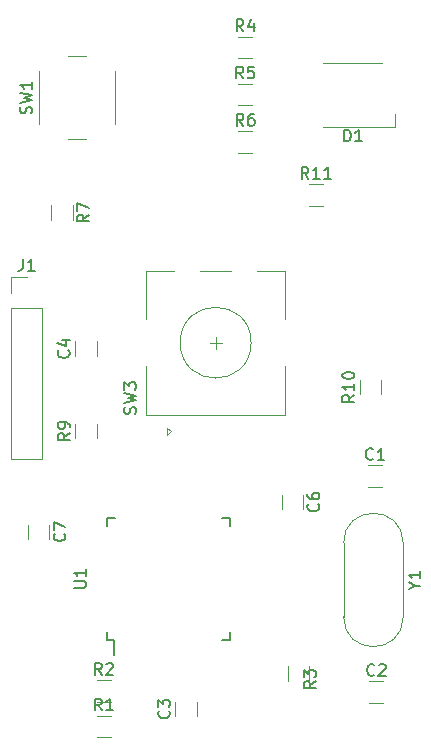
<source format=gbr>
G04 #@! TF.GenerationSoftware,KiCad,Pcbnew,(5.1.4)-1*
G04 #@! TF.CreationDate,2020-08-01T13:26:49+05:30*
G04 #@! TF.ProjectId,knob_32u4,6b6e6f62-5f33-4327-9534-2e6b69636164,rev?*
G04 #@! TF.SameCoordinates,Original*
G04 #@! TF.FileFunction,Legend,Top*
G04 #@! TF.FilePolarity,Positive*
%FSLAX46Y46*%
G04 Gerber Fmt 4.6, Leading zero omitted, Abs format (unit mm)*
G04 Created by KiCad (PCBNEW (5.1.4)-1) date 2020-08-01 13:26:49*
%MOMM*%
%LPD*%
G04 APERTURE LIST*
%ADD10C,0.120000*%
%ADD11C,0.150000*%
G04 APERTURE END LIST*
D10*
X129100000Y-55300000D02*
X134100000Y-55300000D01*
X135200000Y-59600000D02*
X135200000Y-60700000D01*
X135200000Y-60700000D02*
X129100000Y-60700000D01*
X123000000Y-79000000D02*
G75*
G03X123000000Y-79000000I-3000000J0D01*
G01*
X114100000Y-77000000D02*
X114100000Y-72900000D01*
X125900000Y-72900000D02*
X125900000Y-77000000D01*
X125900000Y-81000000D02*
X125900000Y-85100000D01*
X114100000Y-81000000D02*
X114100000Y-85100000D01*
X114100000Y-85100000D02*
X125900000Y-85100000D01*
X116200000Y-86500000D02*
X115900000Y-86800000D01*
X115900000Y-86800000D02*
X115900000Y-86200000D01*
X115900000Y-86200000D02*
X116200000Y-86500000D01*
X114100000Y-72900000D02*
X116500000Y-72900000D01*
X118700000Y-72900000D02*
X121300000Y-72900000D01*
X123500000Y-72900000D02*
X125900000Y-72900000D01*
X119500000Y-79000000D02*
X120500000Y-79000000D01*
X120000000Y-79500000D02*
X120000000Y-78500000D01*
X109910000Y-87089564D02*
X109910000Y-85885436D01*
X108090000Y-87089564D02*
X108090000Y-85885436D01*
X104090000Y-94397936D02*
X104090000Y-95602064D01*
X105910000Y-94397936D02*
X105910000Y-95602064D01*
X125590000Y-91885436D02*
X125590000Y-93089564D01*
X127410000Y-91885436D02*
X127410000Y-93089564D01*
X130825000Y-102212000D02*
G75*
G03X135875000Y-102212000I2525000J0D01*
G01*
X130825000Y-95962000D02*
G75*
G02X135875000Y-95962000I2525000J0D01*
G01*
X130825000Y-95962000D02*
X130825000Y-102212000D01*
X135875000Y-95962000D02*
X135875000Y-102212000D01*
D11*
X111400000Y-104175000D02*
X111400000Y-105450000D01*
X110825000Y-93825000D02*
X110825000Y-94500000D01*
X121175000Y-93825000D02*
X121175000Y-94500000D01*
X121175000Y-104175000D02*
X121175000Y-103500000D01*
X110825000Y-104175000D02*
X110825000Y-103500000D01*
X121175000Y-104175000D02*
X120500000Y-104175000D01*
X121175000Y-93825000D02*
X120500000Y-93825000D01*
X110825000Y-93825000D02*
X111500000Y-93825000D01*
X110825000Y-104175000D02*
X111400000Y-104175000D01*
D10*
X109000000Y-54750000D02*
X107500000Y-54750000D01*
X105000000Y-56000000D02*
X105000000Y-60500000D01*
X107500000Y-61750000D02*
X109000000Y-61750000D01*
X111500000Y-60500000D02*
X111500000Y-56000000D01*
X127897936Y-67410000D02*
X129102064Y-67410000D01*
X127897936Y-65590000D02*
X129102064Y-65590000D01*
X134006000Y-83369564D02*
X134006000Y-82165436D01*
X132186000Y-83369564D02*
X132186000Y-82165436D01*
X106090000Y-67385436D02*
X106090000Y-68589564D01*
X107910000Y-67385436D02*
X107910000Y-68589564D01*
X121910436Y-62910000D02*
X123114564Y-62910000D01*
X121910436Y-61090000D02*
X123114564Y-61090000D01*
X121897936Y-58910000D02*
X123102064Y-58910000D01*
X121897936Y-57090000D02*
X123102064Y-57090000D01*
X121910436Y-54910000D02*
X123114564Y-54910000D01*
X121910436Y-53090000D02*
X123114564Y-53090000D01*
X126090000Y-106410436D02*
X126090000Y-107614564D01*
X127910000Y-106410436D02*
X127910000Y-107614564D01*
X109910436Y-109410000D02*
X111114564Y-109410000D01*
X109910436Y-107590000D02*
X111114564Y-107590000D01*
X109910436Y-112410000D02*
X111114564Y-112410000D01*
X109910436Y-110590000D02*
X111114564Y-110590000D01*
X102670000Y-73470000D02*
X104000000Y-73470000D01*
X102670000Y-74800000D02*
X102670000Y-73470000D01*
X102670000Y-76070000D02*
X105330000Y-76070000D01*
X105330000Y-76070000D02*
X105330000Y-88830000D01*
X102670000Y-76070000D02*
X102670000Y-88830000D01*
X102670000Y-88830000D02*
X105330000Y-88830000D01*
X109910000Y-80089564D02*
X109910000Y-78885436D01*
X108090000Y-80089564D02*
X108090000Y-78885436D01*
X118410000Y-110614564D02*
X118410000Y-109410436D01*
X116590000Y-110614564D02*
X116590000Y-109410436D01*
X133001936Y-109495000D02*
X134206064Y-109495000D01*
X133001936Y-107675000D02*
X134206064Y-107675000D01*
X132885436Y-91207000D02*
X134089564Y-91207000D01*
X132885436Y-89387000D02*
X134089564Y-89387000D01*
D11*
X130861904Y-61952380D02*
X130861904Y-60952380D01*
X131100000Y-60952380D01*
X131242857Y-61000000D01*
X131338095Y-61095238D01*
X131385714Y-61190476D01*
X131433333Y-61380952D01*
X131433333Y-61523809D01*
X131385714Y-61714285D01*
X131338095Y-61809523D01*
X131242857Y-61904761D01*
X131100000Y-61952380D01*
X130861904Y-61952380D01*
X132385714Y-61952380D02*
X131814285Y-61952380D01*
X132100000Y-61952380D02*
X132100000Y-60952380D01*
X132004761Y-61095238D01*
X131909523Y-61190476D01*
X131814285Y-61238095D01*
X113204761Y-85033333D02*
X113252380Y-84890476D01*
X113252380Y-84652380D01*
X113204761Y-84557142D01*
X113157142Y-84509523D01*
X113061904Y-84461904D01*
X112966666Y-84461904D01*
X112871428Y-84509523D01*
X112823809Y-84557142D01*
X112776190Y-84652380D01*
X112728571Y-84842857D01*
X112680952Y-84938095D01*
X112633333Y-84985714D01*
X112538095Y-85033333D01*
X112442857Y-85033333D01*
X112347619Y-84985714D01*
X112300000Y-84938095D01*
X112252380Y-84842857D01*
X112252380Y-84604761D01*
X112300000Y-84461904D01*
X112252380Y-84128571D02*
X113252380Y-83890476D01*
X112538095Y-83700000D01*
X113252380Y-83509523D01*
X112252380Y-83271428D01*
X112252380Y-82985714D02*
X112252380Y-82366666D01*
X112633333Y-82700000D01*
X112633333Y-82557142D01*
X112680952Y-82461904D01*
X112728571Y-82414285D01*
X112823809Y-82366666D01*
X113061904Y-82366666D01*
X113157142Y-82414285D01*
X113204761Y-82461904D01*
X113252380Y-82557142D01*
X113252380Y-82842857D01*
X113204761Y-82938095D01*
X113157142Y-82985714D01*
X107632380Y-86654166D02*
X107156190Y-86987500D01*
X107632380Y-87225595D02*
X106632380Y-87225595D01*
X106632380Y-86844642D01*
X106680000Y-86749404D01*
X106727619Y-86701785D01*
X106822857Y-86654166D01*
X106965714Y-86654166D01*
X107060952Y-86701785D01*
X107108571Y-86749404D01*
X107156190Y-86844642D01*
X107156190Y-87225595D01*
X107632380Y-86177976D02*
X107632380Y-85987500D01*
X107584761Y-85892261D01*
X107537142Y-85844642D01*
X107394285Y-85749404D01*
X107203809Y-85701785D01*
X106822857Y-85701785D01*
X106727619Y-85749404D01*
X106680000Y-85797023D01*
X106632380Y-85892261D01*
X106632380Y-86082738D01*
X106680000Y-86177976D01*
X106727619Y-86225595D01*
X106822857Y-86273214D01*
X107060952Y-86273214D01*
X107156190Y-86225595D01*
X107203809Y-86177976D01*
X107251428Y-86082738D01*
X107251428Y-85892261D01*
X107203809Y-85797023D01*
X107156190Y-85749404D01*
X107060952Y-85701785D01*
X107177142Y-95166666D02*
X107224761Y-95214285D01*
X107272380Y-95357142D01*
X107272380Y-95452380D01*
X107224761Y-95595238D01*
X107129523Y-95690476D01*
X107034285Y-95738095D01*
X106843809Y-95785714D01*
X106700952Y-95785714D01*
X106510476Y-95738095D01*
X106415238Y-95690476D01*
X106320000Y-95595238D01*
X106272380Y-95452380D01*
X106272380Y-95357142D01*
X106320000Y-95214285D01*
X106367619Y-95166666D01*
X106272380Y-94833333D02*
X106272380Y-94166666D01*
X107272380Y-94595238D01*
X128677142Y-92654166D02*
X128724761Y-92701785D01*
X128772380Y-92844642D01*
X128772380Y-92939880D01*
X128724761Y-93082738D01*
X128629523Y-93177976D01*
X128534285Y-93225595D01*
X128343809Y-93273214D01*
X128200952Y-93273214D01*
X128010476Y-93225595D01*
X127915238Y-93177976D01*
X127820000Y-93082738D01*
X127772380Y-92939880D01*
X127772380Y-92844642D01*
X127820000Y-92701785D01*
X127867619Y-92654166D01*
X127772380Y-91797023D02*
X127772380Y-91987500D01*
X127820000Y-92082738D01*
X127867619Y-92130357D01*
X128010476Y-92225595D01*
X128200952Y-92273214D01*
X128581904Y-92273214D01*
X128677142Y-92225595D01*
X128724761Y-92177976D01*
X128772380Y-92082738D01*
X128772380Y-91892261D01*
X128724761Y-91797023D01*
X128677142Y-91749404D01*
X128581904Y-91701785D01*
X128343809Y-91701785D01*
X128248571Y-91749404D01*
X128200952Y-91797023D01*
X128153333Y-91892261D01*
X128153333Y-92082738D01*
X128200952Y-92177976D01*
X128248571Y-92225595D01*
X128343809Y-92273214D01*
X136851190Y-99563190D02*
X137327380Y-99563190D01*
X136327380Y-99896523D02*
X136851190Y-99563190D01*
X136327380Y-99229857D01*
X137327380Y-98372714D02*
X137327380Y-98944142D01*
X137327380Y-98658428D02*
X136327380Y-98658428D01*
X136470238Y-98753666D01*
X136565476Y-98848904D01*
X136613095Y-98944142D01*
X108002380Y-99761904D02*
X108811904Y-99761904D01*
X108907142Y-99714285D01*
X108954761Y-99666666D01*
X109002380Y-99571428D01*
X109002380Y-99380952D01*
X108954761Y-99285714D01*
X108907142Y-99238095D01*
X108811904Y-99190476D01*
X108002380Y-99190476D01*
X109002380Y-98190476D02*
X109002380Y-98761904D01*
X109002380Y-98476190D02*
X108002380Y-98476190D01*
X108145238Y-98571428D01*
X108240476Y-98666666D01*
X108288095Y-98761904D01*
X104404761Y-59583333D02*
X104452380Y-59440476D01*
X104452380Y-59202380D01*
X104404761Y-59107142D01*
X104357142Y-59059523D01*
X104261904Y-59011904D01*
X104166666Y-59011904D01*
X104071428Y-59059523D01*
X104023809Y-59107142D01*
X103976190Y-59202380D01*
X103928571Y-59392857D01*
X103880952Y-59488095D01*
X103833333Y-59535714D01*
X103738095Y-59583333D01*
X103642857Y-59583333D01*
X103547619Y-59535714D01*
X103500000Y-59488095D01*
X103452380Y-59392857D01*
X103452380Y-59154761D01*
X103500000Y-59011904D01*
X103452380Y-58678571D02*
X104452380Y-58440476D01*
X103738095Y-58250000D01*
X104452380Y-58059523D01*
X103452380Y-57821428D01*
X104452380Y-56916666D02*
X104452380Y-57488095D01*
X104452380Y-57202380D02*
X103452380Y-57202380D01*
X103595238Y-57297619D01*
X103690476Y-57392857D01*
X103738095Y-57488095D01*
X127857142Y-65132380D02*
X127523809Y-64656190D01*
X127285714Y-65132380D02*
X127285714Y-64132380D01*
X127666666Y-64132380D01*
X127761904Y-64180000D01*
X127809523Y-64227619D01*
X127857142Y-64322857D01*
X127857142Y-64465714D01*
X127809523Y-64560952D01*
X127761904Y-64608571D01*
X127666666Y-64656190D01*
X127285714Y-64656190D01*
X128809523Y-65132380D02*
X128238095Y-65132380D01*
X128523809Y-65132380D02*
X128523809Y-64132380D01*
X128428571Y-64275238D01*
X128333333Y-64370476D01*
X128238095Y-64418095D01*
X129761904Y-65132380D02*
X129190476Y-65132380D01*
X129476190Y-65132380D02*
X129476190Y-64132380D01*
X129380952Y-64275238D01*
X129285714Y-64370476D01*
X129190476Y-64418095D01*
X131728380Y-83410357D02*
X131252190Y-83743690D01*
X131728380Y-83981785D02*
X130728380Y-83981785D01*
X130728380Y-83600833D01*
X130776000Y-83505595D01*
X130823619Y-83457976D01*
X130918857Y-83410357D01*
X131061714Y-83410357D01*
X131156952Y-83457976D01*
X131204571Y-83505595D01*
X131252190Y-83600833D01*
X131252190Y-83981785D01*
X131728380Y-82457976D02*
X131728380Y-83029404D01*
X131728380Y-82743690D02*
X130728380Y-82743690D01*
X130871238Y-82838928D01*
X130966476Y-82934166D01*
X131014095Y-83029404D01*
X130728380Y-81838928D02*
X130728380Y-81743690D01*
X130776000Y-81648452D01*
X130823619Y-81600833D01*
X130918857Y-81553214D01*
X131109333Y-81505595D01*
X131347428Y-81505595D01*
X131537904Y-81553214D01*
X131633142Y-81600833D01*
X131680761Y-81648452D01*
X131728380Y-81743690D01*
X131728380Y-81838928D01*
X131680761Y-81934166D01*
X131633142Y-81981785D01*
X131537904Y-82029404D01*
X131347428Y-82077023D01*
X131109333Y-82077023D01*
X130918857Y-82029404D01*
X130823619Y-81981785D01*
X130776000Y-81934166D01*
X130728380Y-81838928D01*
X109272380Y-68154166D02*
X108796190Y-68487500D01*
X109272380Y-68725595D02*
X108272380Y-68725595D01*
X108272380Y-68344642D01*
X108320000Y-68249404D01*
X108367619Y-68201785D01*
X108462857Y-68154166D01*
X108605714Y-68154166D01*
X108700952Y-68201785D01*
X108748571Y-68249404D01*
X108796190Y-68344642D01*
X108796190Y-68725595D01*
X108272380Y-67820833D02*
X108272380Y-67154166D01*
X109272380Y-67582738D01*
X122345833Y-60632380D02*
X122012500Y-60156190D01*
X121774404Y-60632380D02*
X121774404Y-59632380D01*
X122155357Y-59632380D01*
X122250595Y-59680000D01*
X122298214Y-59727619D01*
X122345833Y-59822857D01*
X122345833Y-59965714D01*
X122298214Y-60060952D01*
X122250595Y-60108571D01*
X122155357Y-60156190D01*
X121774404Y-60156190D01*
X123202976Y-59632380D02*
X123012500Y-59632380D01*
X122917261Y-59680000D01*
X122869642Y-59727619D01*
X122774404Y-59870476D01*
X122726785Y-60060952D01*
X122726785Y-60441904D01*
X122774404Y-60537142D01*
X122822023Y-60584761D01*
X122917261Y-60632380D01*
X123107738Y-60632380D01*
X123202976Y-60584761D01*
X123250595Y-60537142D01*
X123298214Y-60441904D01*
X123298214Y-60203809D01*
X123250595Y-60108571D01*
X123202976Y-60060952D01*
X123107738Y-60013333D01*
X122917261Y-60013333D01*
X122822023Y-60060952D01*
X122774404Y-60108571D01*
X122726785Y-60203809D01*
X122333333Y-56632380D02*
X122000000Y-56156190D01*
X121761904Y-56632380D02*
X121761904Y-55632380D01*
X122142857Y-55632380D01*
X122238095Y-55680000D01*
X122285714Y-55727619D01*
X122333333Y-55822857D01*
X122333333Y-55965714D01*
X122285714Y-56060952D01*
X122238095Y-56108571D01*
X122142857Y-56156190D01*
X121761904Y-56156190D01*
X123238095Y-55632380D02*
X122761904Y-55632380D01*
X122714285Y-56108571D01*
X122761904Y-56060952D01*
X122857142Y-56013333D01*
X123095238Y-56013333D01*
X123190476Y-56060952D01*
X123238095Y-56108571D01*
X123285714Y-56203809D01*
X123285714Y-56441904D01*
X123238095Y-56537142D01*
X123190476Y-56584761D01*
X123095238Y-56632380D01*
X122857142Y-56632380D01*
X122761904Y-56584761D01*
X122714285Y-56537142D01*
X122345833Y-52632380D02*
X122012500Y-52156190D01*
X121774404Y-52632380D02*
X121774404Y-51632380D01*
X122155357Y-51632380D01*
X122250595Y-51680000D01*
X122298214Y-51727619D01*
X122345833Y-51822857D01*
X122345833Y-51965714D01*
X122298214Y-52060952D01*
X122250595Y-52108571D01*
X122155357Y-52156190D01*
X121774404Y-52156190D01*
X123202976Y-51965714D02*
X123202976Y-52632380D01*
X122964880Y-51584761D02*
X122726785Y-52299047D01*
X123345833Y-52299047D01*
X128452380Y-107666666D02*
X127976190Y-108000000D01*
X128452380Y-108238095D02*
X127452380Y-108238095D01*
X127452380Y-107857142D01*
X127500000Y-107761904D01*
X127547619Y-107714285D01*
X127642857Y-107666666D01*
X127785714Y-107666666D01*
X127880952Y-107714285D01*
X127928571Y-107761904D01*
X127976190Y-107857142D01*
X127976190Y-108238095D01*
X127452380Y-107333333D02*
X127452380Y-106714285D01*
X127833333Y-107047619D01*
X127833333Y-106904761D01*
X127880952Y-106809523D01*
X127928571Y-106761904D01*
X128023809Y-106714285D01*
X128261904Y-106714285D01*
X128357142Y-106761904D01*
X128404761Y-106809523D01*
X128452380Y-106904761D01*
X128452380Y-107190476D01*
X128404761Y-107285714D01*
X128357142Y-107333333D01*
X110345833Y-107132380D02*
X110012500Y-106656190D01*
X109774404Y-107132380D02*
X109774404Y-106132380D01*
X110155357Y-106132380D01*
X110250595Y-106180000D01*
X110298214Y-106227619D01*
X110345833Y-106322857D01*
X110345833Y-106465714D01*
X110298214Y-106560952D01*
X110250595Y-106608571D01*
X110155357Y-106656190D01*
X109774404Y-106656190D01*
X110726785Y-106227619D02*
X110774404Y-106180000D01*
X110869642Y-106132380D01*
X111107738Y-106132380D01*
X111202976Y-106180000D01*
X111250595Y-106227619D01*
X111298214Y-106322857D01*
X111298214Y-106418095D01*
X111250595Y-106560952D01*
X110679166Y-107132380D01*
X111298214Y-107132380D01*
X110345833Y-110132380D02*
X110012500Y-109656190D01*
X109774404Y-110132380D02*
X109774404Y-109132380D01*
X110155357Y-109132380D01*
X110250595Y-109180000D01*
X110298214Y-109227619D01*
X110345833Y-109322857D01*
X110345833Y-109465714D01*
X110298214Y-109560952D01*
X110250595Y-109608571D01*
X110155357Y-109656190D01*
X109774404Y-109656190D01*
X111298214Y-110132380D02*
X110726785Y-110132380D01*
X111012500Y-110132380D02*
X111012500Y-109132380D01*
X110917261Y-109275238D01*
X110822023Y-109370476D01*
X110726785Y-109418095D01*
X103666666Y-71922380D02*
X103666666Y-72636666D01*
X103619047Y-72779523D01*
X103523809Y-72874761D01*
X103380952Y-72922380D01*
X103285714Y-72922380D01*
X104666666Y-72922380D02*
X104095238Y-72922380D01*
X104380952Y-72922380D02*
X104380952Y-71922380D01*
X104285714Y-72065238D01*
X104190476Y-72160476D01*
X104095238Y-72208095D01*
X107537142Y-79654166D02*
X107584761Y-79701785D01*
X107632380Y-79844642D01*
X107632380Y-79939880D01*
X107584761Y-80082738D01*
X107489523Y-80177976D01*
X107394285Y-80225595D01*
X107203809Y-80273214D01*
X107060952Y-80273214D01*
X106870476Y-80225595D01*
X106775238Y-80177976D01*
X106680000Y-80082738D01*
X106632380Y-79939880D01*
X106632380Y-79844642D01*
X106680000Y-79701785D01*
X106727619Y-79654166D01*
X106965714Y-78797023D02*
X107632380Y-78797023D01*
X106584761Y-79035119D02*
X107299047Y-79273214D01*
X107299047Y-78654166D01*
X116037142Y-110179166D02*
X116084761Y-110226785D01*
X116132380Y-110369642D01*
X116132380Y-110464880D01*
X116084761Y-110607738D01*
X115989523Y-110702976D01*
X115894285Y-110750595D01*
X115703809Y-110798214D01*
X115560952Y-110798214D01*
X115370476Y-110750595D01*
X115275238Y-110702976D01*
X115180000Y-110607738D01*
X115132380Y-110464880D01*
X115132380Y-110369642D01*
X115180000Y-110226785D01*
X115227619Y-110179166D01*
X115132380Y-109845833D02*
X115132380Y-109226785D01*
X115513333Y-109560119D01*
X115513333Y-109417261D01*
X115560952Y-109322023D01*
X115608571Y-109274404D01*
X115703809Y-109226785D01*
X115941904Y-109226785D01*
X116037142Y-109274404D01*
X116084761Y-109322023D01*
X116132380Y-109417261D01*
X116132380Y-109702976D01*
X116084761Y-109798214D01*
X116037142Y-109845833D01*
X133437333Y-107122142D02*
X133389714Y-107169761D01*
X133246857Y-107217380D01*
X133151619Y-107217380D01*
X133008761Y-107169761D01*
X132913523Y-107074523D01*
X132865904Y-106979285D01*
X132818285Y-106788809D01*
X132818285Y-106645952D01*
X132865904Y-106455476D01*
X132913523Y-106360238D01*
X133008761Y-106265000D01*
X133151619Y-106217380D01*
X133246857Y-106217380D01*
X133389714Y-106265000D01*
X133437333Y-106312619D01*
X133818285Y-106312619D02*
X133865904Y-106265000D01*
X133961142Y-106217380D01*
X134199238Y-106217380D01*
X134294476Y-106265000D01*
X134342095Y-106312619D01*
X134389714Y-106407857D01*
X134389714Y-106503095D01*
X134342095Y-106645952D01*
X133770666Y-107217380D01*
X134389714Y-107217380D01*
X133320833Y-88834142D02*
X133273214Y-88881761D01*
X133130357Y-88929380D01*
X133035119Y-88929380D01*
X132892261Y-88881761D01*
X132797023Y-88786523D01*
X132749404Y-88691285D01*
X132701785Y-88500809D01*
X132701785Y-88357952D01*
X132749404Y-88167476D01*
X132797023Y-88072238D01*
X132892261Y-87977000D01*
X133035119Y-87929380D01*
X133130357Y-87929380D01*
X133273214Y-87977000D01*
X133320833Y-88024619D01*
X134273214Y-88929380D02*
X133701785Y-88929380D01*
X133987500Y-88929380D02*
X133987500Y-87929380D01*
X133892261Y-88072238D01*
X133797023Y-88167476D01*
X133701785Y-88215095D01*
M02*

</source>
